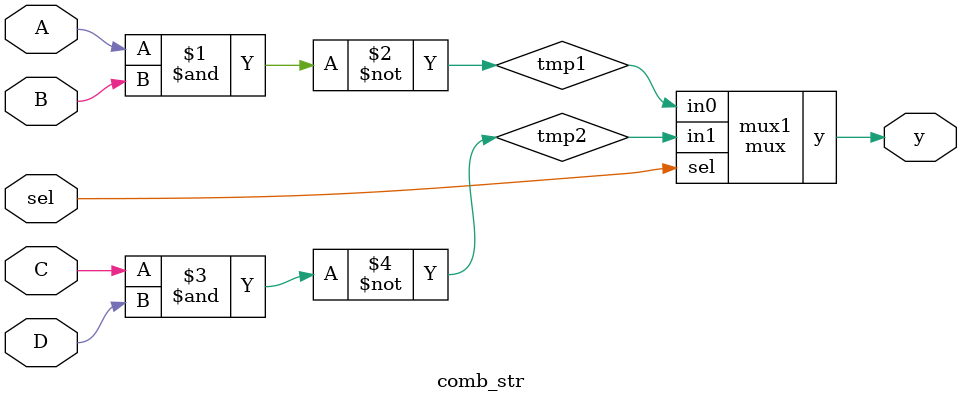
<source format=v>
module mux(output y, input sel, in0, in1);
  
  wire tmp1, tmp0;
  
  and(tmp1, sel, in1);
  and(tmp0, ~sel, in0);
  or(y, tmp1, tmp0);
  
endmodule



module comb_str(output y, input sel, A, B, C, D);
  
  wire tmp1, tmp2;
  nand(tmp1, A, B);
  nand(tmp2, C, D);
  mux mux1(y, sel, tmp1, tmp2);
  
endmodule

</source>
